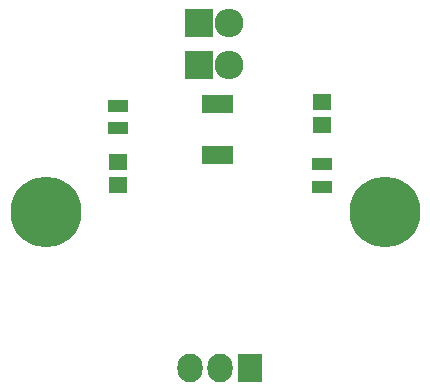
<source format=gts>
G04 #@! TF.FileFunction,Soldermask,Top*
%FSLAX46Y46*%
G04 Gerber Fmt 4.6, Leading zero omitted, Abs format (unit mm)*
G04 Created by KiCad (PCBNEW 4.0.1-stable) date Wednesday, August 10, 2016 'PMt' 06:46:32 PM*
%MOMM*%
G01*
G04 APERTURE LIST*
%ADD10C,0.100000*%
%ADD11R,0.800000X1.500000*%
%ADD12R,1.650000X1.400000*%
%ADD13R,2.432000X2.432000*%
%ADD14O,2.432000X2.432000*%
%ADD15R,2.127200X2.432000*%
%ADD16O,2.127200X2.432000*%
%ADD17R,1.700000X1.100000*%
%ADD18C,6.000000*%
G04 APERTURE END LIST*
D10*
D11*
X150398000Y-97300000D03*
X149748000Y-97300000D03*
X149098000Y-97300000D03*
X148448000Y-97300000D03*
X148448000Y-101600000D03*
X149098000Y-101600000D03*
X149748000Y-101600000D03*
X150398000Y-101600000D03*
D12*
X158242000Y-97060000D03*
X158242000Y-99060000D03*
X140970000Y-104140000D03*
X140970000Y-102140000D03*
D13*
X147828000Y-93980000D03*
D14*
X150368000Y-93980000D03*
D15*
X152146000Y-119634000D03*
D16*
X149606000Y-119634000D03*
X147066000Y-119634000D03*
D13*
X147828000Y-90424000D03*
D14*
X150368000Y-90424000D03*
D17*
X158242000Y-104262000D03*
X158242000Y-102362000D03*
X140970000Y-99314000D03*
X140970000Y-97414000D03*
D18*
X134874000Y-106426000D03*
X163576000Y-106426000D03*
M02*

</source>
